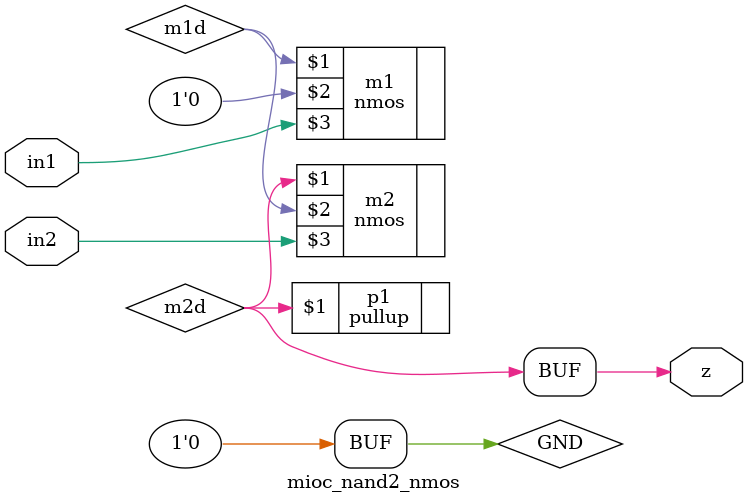
<source format=v>

module mioc_nand2_nmos(
    z,

    in1,            
    in2            
    );

   output z;

   input  in1;
   input  in2;

   supply0 GND;

   wire    m1d, m2d;
   
   //nmos (drain,source,gate)

   //NAND
   pullup p1 (m2d);
   nmos   m1 (m1d,GND,in1);
   nmos   m2 (m2d,m1d,in2);

   assign z = m2d;

endmodule

</source>
